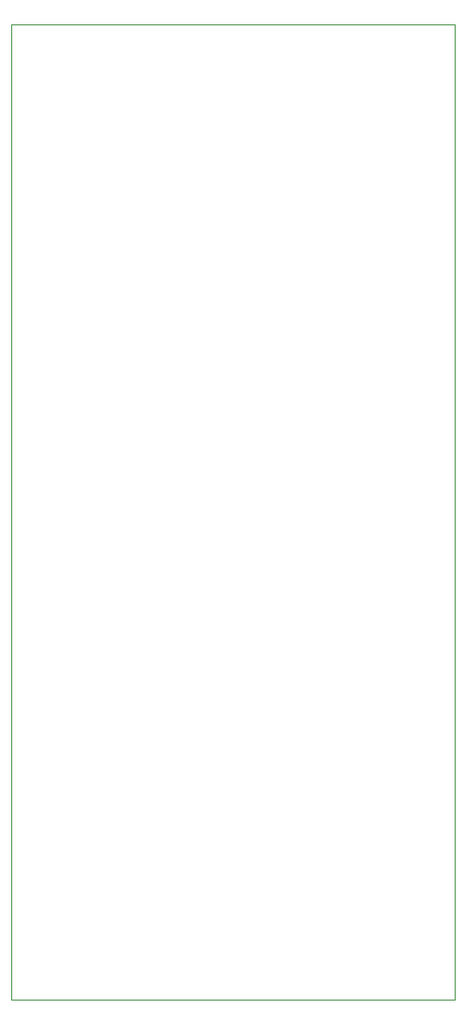
<source format=gbr>
%TF.GenerationSoftware,KiCad,Pcbnew,8.0.7*%
%TF.CreationDate,2025-02-20T21:39:26+00:00*%
%TF.ProjectId,RPi-MiniDexed-EuroRack,5250692d-4d69-46e6-9944-657865642d45,rev?*%
%TF.SameCoordinates,Original*%
%TF.FileFunction,Profile,NP*%
%FSLAX46Y46*%
G04 Gerber Fmt 4.6, Leading zero omitted, Abs format (unit mm)*
G04 Created by KiCad (PCBNEW 8.0.7) date 2025-02-20 21:39:26*
%MOMM*%
%LPD*%
G01*
G04 APERTURE LIST*
%TA.AperFunction,Profile*%
%ADD10C,0.050000*%
%TD*%
G04 APERTURE END LIST*
D10*
X50000000Y-50000000D02*
X90000000Y-50000000D01*
X90000000Y-138000000D01*
X50000000Y-138000000D01*
X50000000Y-50000000D01*
M02*

</source>
